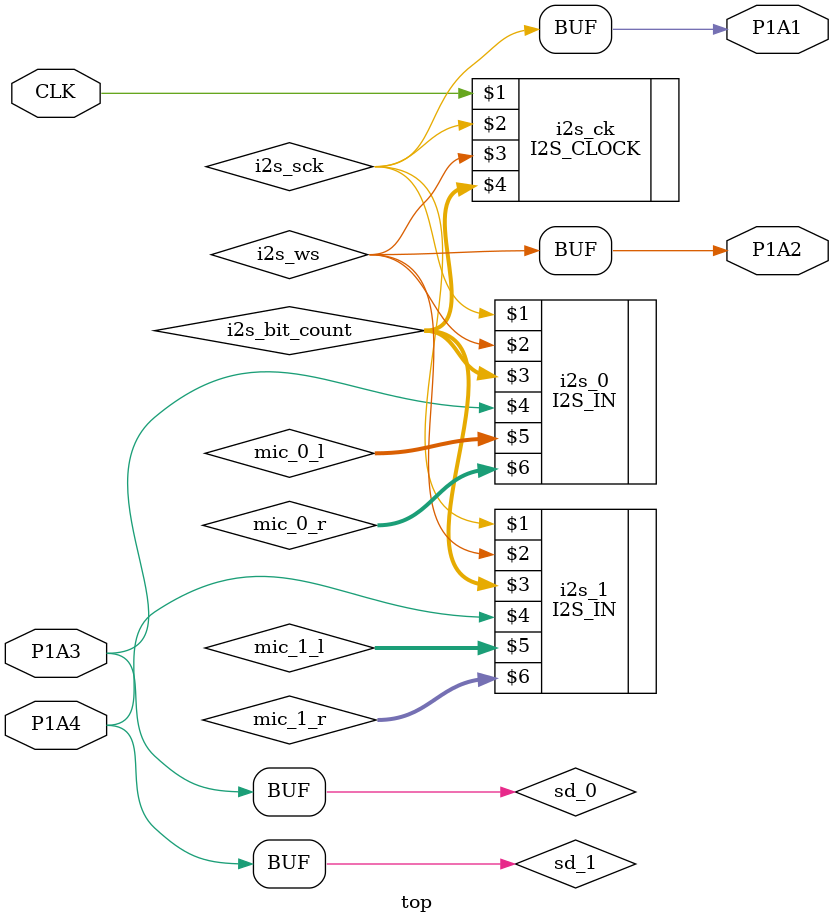
<source format=v>

module top (input CLK, output P1A1, output P1A2, input P1A3, input P1A4);

// Generate i2S clock and word select signals

wire i2s_sck, i2s_ws;
// i2s_bit_count tracks the position in the 64-bit L/R frame.
wire [5:0] i2s_bit_count;

I2S_CLOCK i2s_ck(CLK, i2s_sck, i2s_ws, i2s_bit_count);

// Acquire pairs of I2S streams

reg [15:0] mic_0_l;
reg [15:0] mic_0_r;
wire sd_0;

I2S_IN i2s_0(i2s_sck, i2s_ws, i2s_bit_count, sd_0, mic_0_l, mic_0_r);

reg [15:0] mic_1_l;
reg [15:0] mic_1_r;
wire sd_1;

I2S_IN i2s_1(i2s_sck, i2s_ws, i2s_bit_count, sd_1, mic_1_l, mic_1_r);

// TODO : clock the L/R data into RAM
// TODO : sum the data with delays
// TODO : write the data to the DAC

// Assign the IO

assign P1A1 = i2s_sck;
assign P1A2 = i2s_ws;
assign P1A3 = sd_0;
assign P1A4 = sd_1;

endmodule


</source>
